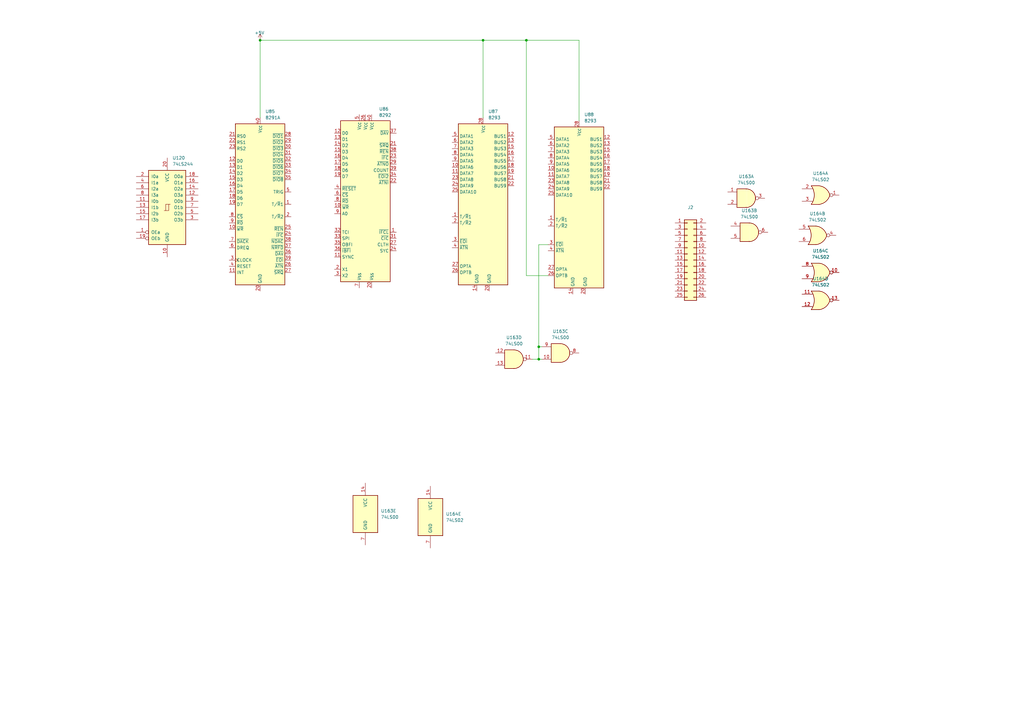
<source format=kicad_sch>
(kicad_sch (version 20250114) (generator "eeschema") (generator_version "9.0")
  (paper "A3")
  (lib_symbols
    (symbol "74xx:74LS00" (pin_names (offset 1.016))
      (property "Reference" "U" (at 0 1.27 0))
      (property "Value" "74LS00" (at 0 -1.27 0))
      (symbol "74LS00_1_1"
        (arc (start 0 3.81) (mid 3.7934 0) (end 0 -3.81) (stroke (width 0.254)) (fill (type background)))
        (polyline (pts (xy 0 3.81) (xy -3.81 3.81) (xy -3.81 -3.81) (xy 0 -3.81)) (stroke (width 0.254)) (fill (type background)))
        (pin input line (at -7.62 2.54 0) (length 3.81) (name "~") (number "1"))
        (pin input line (at -7.62 -2.54 0) (length 3.81) (name "~") (number "2"))
        (pin output inverted (at 7.62 0 180) (length 3.81) (name "~") (number "3"))
      )
      (symbol "74LS00_1_2"
        (arc (start -3.81 3.81) (mid -2.589 0) (end -3.81 -3.81) (stroke (width 0.254)))
        (polyline (pts (xy -3.81 3.81) (xy -0.635 3.81)) (stroke (width 0.254)) (fill (type background)))
        (polyline (pts (xy -3.81 -3.81) (xy -0.635 -3.81)) (stroke (width 0.254)) (fill (type background)))
        (arc (start 3.81 0) (mid 2.1855 -2.584) (end -0.6096 -3.81) (stroke (width 0.254)) (fill (type background)))
        (arc (start -0.6096 3.81) (mid 2.1928 2.5924) (end 3.81 0) (stroke (width 0.254)) (fill (type background)))
        (polyline (pts (xy -0.635 3.81) (xy -3.81 3.81) (xy -3.81 3.81) (xy -3.556 3.4036) (xy -3.0226 2.2606) (xy -2.6924 1.0414) (xy -2.6162 -0.254) (xy -2.7686 -1.4986) (xy -3.175 -2.7178) (xy -3.81 -3.81) (xy -3.81 -3.81) (xy -0.635 -3.81)) (stroke (width -25.4)) (fill (type background)))
        (pin input inverted (at -7.62 2.54 0) (length 4.318) (name "~") (number "1"))
        (pin input inverted (at -7.62 -2.54 0) (length 4.318) (name "~") (number "2"))
        (pin output line (at 7.62 0 180) (length 3.81) (name "~") (number "3"))
      )
      (symbol "74LS00_2_1"
        (arc (start 0 3.81) (mid 3.7934 0) (end 0 -3.81) (stroke (width 0.254)) (fill (type background)))
        (polyline (pts (xy 0 3.81) (xy -3.81 3.81) (xy -3.81 -3.81) (xy 0 -3.81)) (stroke (width 0.254)) (fill (type background)))
        (pin input line (at -7.62 2.54 0) (length 3.81) (name "~") (number "4"))
        (pin input line (at -7.62 -2.54 0) (length 3.81) (name "~") (number "5"))
        (pin output inverted (at 7.62 0 180) (length 3.81) (name "~") (number "6"))
      )
      (symbol "74LS00_2_2"
        (arc (start -3.81 3.81) (mid -2.589 0) (end -3.81 -3.81) (stroke (width 0.254)))
        (polyline (pts (xy -3.81 3.81) (xy -0.635 3.81)) (stroke (width 0.254)) (fill (type background)))
        (polyline (pts (xy -3.81 -3.81) (xy -0.635 -3.81)) (stroke (width 0.254)) (fill (type background)))
        (arc (start 3.81 0) (mid 2.1855 -2.584) (end -0.6096 -3.81) (stroke (width 0.254)) (fill (type background)))
        (arc (start -0.6096 3.81) (mid 2.1928 2.5924) (end 3.81 0) (stroke (width 0.254)) (fill (type background)))
        (polyline (pts (xy -0.635 3.81) (xy -3.81 3.81) (xy -3.81 3.81) (xy -3.556 3.4036) (xy -3.0226 2.2606) (xy -2.6924 1.0414) (xy -2.6162 -0.254) (xy -2.7686 -1.4986) (xy -3.175 -2.7178) (xy -3.81 -3.81) (xy -3.81 -3.81) (xy -0.635 -3.81)) (stroke (width -25.4)) (fill (type background)))
        (pin input inverted (at -7.62 2.54 0) (length 4.318) (name "~") (number "4"))
        (pin input inverted (at -7.62 -2.54 0) (length 4.318) (name "~") (number "5"))
        (pin output line (at 7.62 0 180) (length 3.81) (name "~") (number "6"))
      )
      (symbol "74LS00_3_1"
        (arc (start 0 3.81) (mid 3.7934 0) (end 0 -3.81) (stroke (width 0.254)) (fill (type background)))
        (polyline (pts (xy 0 3.81) (xy -3.81 3.81) (xy -3.81 -3.81) (xy 0 -3.81)) (stroke (width 0.254)) (fill (type background)))
        (pin input line (at -7.62 2.54 0) (length 3.81) (name "~") (number "9"))
        (pin input line (at -7.62 -2.54 0) (length 3.81) (name "~") (number "10"))
        (pin output inverted (at 7.62 0 180) (length 3.81) (name "~") (number "8"))
      )
      (symbol "74LS00_3_2"
        (arc (start -3.81 3.81) (mid -2.589 0) (end -3.81 -3.81) (stroke (width 0.254)))
        (polyline (pts (xy -3.81 3.81) (xy -0.635 3.81)) (stroke (width 0.254)) (fill (type background)))
        (polyline (pts (xy -3.81 -3.81) (xy -0.635 -3.81)) (stroke (width 0.254)) (fill (type background)))
        (arc (start 3.81 0) (mid 2.1855 -2.584) (end -0.6096 -3.81) (stroke (width 0.254)) (fill (type background)))
        (arc (start -0.6096 3.81) (mid 2.1928 2.5924) (end 3.81 0) (stroke (width 0.254)) (fill (type background)))
        (polyline (pts (xy -0.635 3.81) (xy -3.81 3.81) (xy -3.81 3.81) (xy -3.556 3.4036) (xy -3.0226 2.2606) (xy -2.6924 1.0414) (xy -2.6162 -0.254) (xy -2.7686 -1.4986) (xy -3.175 -2.7178) (xy -3.81 -3.81) (xy -3.81 -3.81) (xy -0.635 -3.81)) (stroke (width -25.4)) (fill (type background)))
        (pin input inverted (at -7.62 2.54 0) (length 4.318) (name "~") (number "9"))
        (pin input inverted (at -7.62 -2.54 0) (length 4.318) (name "~") (number "10"))
        (pin output line (at 7.62 0 180) (length 3.81) (name "~") (number "8"))
      )
      (symbol "74LS00_4_1"
        (arc (start 0 3.81) (mid 3.7934 0) (end 0 -3.81) (stroke (width 0.254)) (fill (type background)))
        (polyline (pts (xy 0 3.81) (xy -3.81 3.81) (xy -3.81 -3.81) (xy 0 -3.81)) (stroke (width 0.254)) (fill (type background)))
        (pin input line (at -7.62 2.54 0) (length 3.81) (name "~") (number "12"))
        (pin input line (at -7.62 -2.54 0) (length 3.81) (name "~") (number "13"))
        (pin output inverted (at 7.62 0 180) (length 3.81) (name "~") (number "11"))
      )
      (symbol "74LS00_4_2"
        (arc (start -3.81 3.81) (mid -2.589 0) (end -3.81 -3.81) (stroke (width 0.254)))
        (polyline (pts (xy -3.81 3.81) (xy -0.635 3.81)) (stroke (width 0.254)) (fill (type background)))
        (polyline (pts (xy -3.81 -3.81) (xy -0.635 -3.81)) (stroke (width 0.254)) (fill (type background)))
        (arc (start 3.81 0) (mid 2.1855 -2.584) (end -0.6096 -3.81) (stroke (width 0.254)) (fill (type background)))
        (arc (start -0.6096 3.81) (mid 2.1928 2.5924) (end 3.81 0) (stroke (width 0.254)) (fill (type background)))
        (polyline (pts (xy -0.635 3.81) (xy -3.81 3.81) (xy -3.81 3.81) (xy -3.556 3.4036) (xy -3.0226 2.2606) (xy -2.6924 1.0414) (xy -2.6162 -0.254) (xy -2.7686 -1.4986) (xy -3.175 -2.7178) (xy -3.81 -3.81) (xy -3.81 -3.81) (xy -0.635 -3.81)) (stroke (width -25.4)) (fill (type background)))
        (pin input inverted (at -7.62 2.54 0) (length 4.318) (name "~") (number "12"))
        (pin input inverted (at -7.62 -2.54 0) (length 4.318) (name "~") (number "13"))
        (pin output line (at 7.62 0 180) (length 3.81) (name "~") (number "11"))
      )
      (symbol "74LS00_5_0"
        (pin power_in line (at 0 12.7 270) (length 5.08) (name "VCC") (number "14"))
        (pin power_in line (at 0 -12.7 90) (length 5.08) (name "GND") (number "7"))
      )
      (symbol "74LS00_5_1"
        (rectangle (start -5.08 7.62) (end 5.08 -7.62) (stroke (width 0.254)) (fill (type background)))
      )
    )
    (symbol "74xx:74LS02" (pin_names (offset 1.016))
      (property "Reference" "U" (at 0 1.27 0))
      (property "Value" "74LS02" (at 0 -1.27 0))
      (symbol "74LS02_1_1"
        (arc (start -3.81 3.81) (mid -2.589 0) (end -3.81 -3.81) (stroke (width 0.254)))
        (polyline (pts (xy -3.81 3.81) (xy -0.635 3.81)) (stroke (width 0.254)) (fill (type background)))
        (polyline (pts (xy -3.81 -3.81) (xy -0.635 -3.81)) (stroke (width 0.254)) (fill (type background)))
        (arc (start 3.81 0) (mid 2.1855 -2.584) (end -0.6096 -3.81) (stroke (width 0.254)) (fill (type background)))
        (arc (start -0.6096 3.81) (mid 2.1928 2.5924) (end 3.81 0) (stroke (width 0.254)) (fill (type background)))
        (polyline (pts (xy -0.635 3.81) (xy -3.81 3.81) (xy -3.81 3.81) (xy -3.556 3.4036) (xy -3.0226 2.2606) (xy -2.6924 1.0414) (xy -2.6162 -0.254) (xy -2.7686 -1.4986) (xy -3.175 -2.7178) (xy -3.81 -3.81) (xy -3.81 -3.81) (xy -0.635 -3.81)) (stroke (width -25.4)) (fill (type background)))
        (pin input line (at -7.62 2.54 0) (length 4.318) (name "~") (number "2"))
        (pin input line (at -7.62 -2.54 0) (length 4.318) (name "~") (number "3"))
        (pin output inverted (at 7.62 0 180) (length 3.81) (name "~") (number "1"))
      )
      (symbol "74LS02_1_2"
        (arc (start 0 3.81) (mid 3.7934 0) (end 0 -3.81) (stroke (width 0.254)) (fill (type background)))
        (polyline (pts (xy 0 3.81) (xy -3.81 3.81) (xy -3.81 -3.81) (xy 0 -3.81)) (stroke (width 0.254)) (fill (type background)))
        (pin input inverted (at -7.62 2.54 0) (length 3.81) (name "~") (number "2"))
        (pin input inverted (at -7.62 -2.54 0) (length 3.81) (name "~") (number "3"))
        (pin output line (at 7.62 0 180) (length 3.81) (name "~") (number "1"))
      )
      (symbol "74LS02_2_1"
        (arc (start -3.81 3.81) (mid -2.589 0) (end -3.81 -3.81) (stroke (width 0.254)))
        (polyline (pts (xy -3.81 3.81) (xy -0.635 3.81)) (stroke (width 0.254)) (fill (type background)))
        (polyline (pts (xy -3.81 -3.81) (xy -0.635 -3.81)) (stroke (width 0.254)) (fill (type background)))
        (arc (start 3.81 0) (mid 2.1855 -2.584) (end -0.6096 -3.81) (stroke (width 0.254)) (fill (type background)))
        (arc (start -0.6096 3.81) (mid 2.1928 2.5924) (end 3.81 0) (stroke (width 0.254)) (fill (type background)))
        (polyline (pts (xy -0.635 3.81) (xy -3.81 3.81) (xy -3.81 3.81) (xy -3.556 3.4036) (xy -3.0226 2.2606) (xy -2.6924 1.0414) (xy -2.6162 -0.254) (xy -2.7686 -1.4986) (xy -3.175 -2.7178) (xy -3.81 -3.81) (xy -3.81 -3.81) (xy -0.635 -3.81)) (stroke (width -25.4)) (fill (type background)))
        (pin input line (at -7.62 2.54 0) (length 4.318) (name "~") (number "5"))
        (pin input line (at -7.62 -2.54 0) (length 4.318) (name "~") (number "6"))
        (pin output inverted (at 7.62 0 180) (length 3.81) (name "~") (number "4"))
      )
      (symbol "74LS02_2_2"
        (arc (start 0 3.81) (mid 3.7934 0) (end 0 -3.81) (stroke (width 0.254)) (fill (type background)))
        (polyline (pts (xy 0 3.81) (xy -3.81 3.81) (xy -3.81 -3.81) (xy 0 -3.81)) (stroke (width 0.254)) (fill (type background)))
        (pin input inverted (at -7.62 2.54 0) (length 3.81) (name "~") (number "5"))
        (pin input inverted (at -7.62 -2.54 0) (length 3.81) (name "~") (number "6"))
        (pin output line (at 7.62 0 180) (length 3.81) (name "~") (number "4"))
      )
      (symbol "74LS02_3_1"
        (arc (start -3.81 3.81) (mid -2.589 0) (end -3.81 -3.81) (stroke (width 0.254)))
        (polyline (pts (xy -3.81 3.81) (xy -0.635 3.81)) (stroke (width 0.254)) (fill (type background)))
        (polyline (pts (xy -3.81 -3.81) (xy -0.635 -3.81)) (stroke (width 0.254)) (fill (type background)))
        (arc (start 3.81 0) (mid 2.1855 -2.584) (end -0.6096 -3.81) (stroke (width 0.254)) (fill (type background)))
        (arc (start -0.6096 3.81) (mid 2.1928 2.5924) (end 3.81 0) (stroke (width 0.254)) (fill (type background)))
        (polyline (pts (xy -0.635 3.81) (xy -3.81 3.81) (xy -3.81 3.81) (xy -3.556 3.4036) (xy -3.0226 2.2606) (xy -2.6924 1.0414) (xy -2.6162 -0.254) (xy -2.7686 -1.4986) (xy -3.175 -2.7178) (xy -3.81 -3.81) (xy -3.81 -3.81) (xy -0.635 -3.81)) (stroke (width -25.4)) (fill (type background)))
        (pin input line (at -7.62 2.54 0) (length 4.318) (name "~") (number "8"))
        (pin input line (at -7.62 -2.54 0) (length 4.318) (name "~") (number "9"))
        (pin output inverted (at 7.62 0 180) (length 3.81) (name "~") (number "10"))
      )
      (symbol "74LS02_3_2"
        (arc (start 0 3.81) (mid 3.7934 0) (end 0 -3.81) (stroke (width 0.254)) (fill (type background)))
        (polyline (pts (xy 0 3.81) (xy -3.81 3.81) (xy -3.81 -3.81) (xy 0 -3.81)) (stroke (width 0.254)) (fill (type background)))
        (pin input inverted (at -7.62 2.54 0) (length 3.81) (name "~") (number "8"))
        (pin input inverted (at -7.62 -2.54 0) (length 3.81) (name "~") (number "9"))
        (pin output line (at 7.62 0 180) (length 3.81) (name "~") (number "10"))
      )
      (symbol "74LS02_4_1"
        (arc (start -3.81 3.81) (mid -2.589 0) (end -3.81 -3.81) (stroke (width 0.254)))
        (polyline (pts (xy -3.81 3.81) (xy -0.635 3.81)) (stroke (width 0.254)) (fill (type background)))
        (polyline (pts (xy -3.81 -3.81) (xy -0.635 -3.81)) (stroke (width 0.254)) (fill (type background)))
        (arc (start 3.81 0) (mid 2.1855 -2.584) (end -0.6096 -3.81) (stroke (width 0.254)) (fill (type background)))
        (arc (start -0.6096 3.81) (mid 2.1928 2.5924) (end 3.81 0) (stroke (width 0.254)) (fill (type background)))
        (polyline (pts (xy -0.635 3.81) (xy -3.81 3.81) (xy -3.81 3.81) (xy -3.556 3.4036) (xy -3.0226 2.2606) (xy -2.6924 1.0414) (xy -2.6162 -0.254) (xy -2.7686 -1.4986) (xy -3.175 -2.7178) (xy -3.81 -3.81) (xy -3.81 -3.81) (xy -0.635 -3.81)) (stroke (width -25.4)) (fill (type background)))
        (pin input line (at -7.62 2.54 0) (length 4.318) (name "~") (number "11"))
        (pin input line (at -7.62 -2.54 0) (length 4.318) (name "~") (number "12"))
        (pin output inverted (at 7.62 0 180) (length 3.81) (name "~") (number "13"))
      )
      (symbol "74LS02_4_2"
        (arc (start 0 3.81) (mid 3.7934 0) (end 0 -3.81) (stroke (width 0.254)) (fill (type background)))
        (polyline (pts (xy 0 3.81) (xy -3.81 3.81) (xy -3.81 -3.81) (xy 0 -3.81)) (stroke (width 0.254)) (fill (type background)))
        (pin input inverted (at -7.62 2.54 0) (length 3.81) (name "~") (number "11"))
        (pin input inverted (at -7.62 -2.54 0) (length 3.81) (name "~") (number "12"))
        (pin output line (at 7.62 0 180) (length 3.81) (name "~") (number "13"))
      )
      (symbol "74LS02_5_0"
        (pin power_in line (at 0 12.7 270) (length 5.08) (name "VCC") (number "14"))
        (pin power_in line (at 0 -12.7 90) (length 5.08) (name "GND") (number "7"))
      )
      (symbol "74LS02_5_1"
        (rectangle (start -5.08 7.62) (end 5.08 -7.62) (stroke (width 0.254)) (fill (type background)))
      )
    )
    (symbol "74xx:74LS244" (pin_names (offset 1.016))
      (property "Reference" "U" (at -7.62 16.51 0))
      (property "Value" "74LS244" (at -7.62 -16.51 0))
      (symbol "74LS244_1_0"
        (polyline (pts (xy -1.27 -1.27) (xy 0.635 -1.27) (xy 0.635 1.27) (xy 1.27 1.27)))
        (polyline (pts (xy -0.635 -1.27) (xy -0.635 1.27) (xy 0.635 1.27)))
        (pin input line (at -12.7 12.7 0) (length 5.08) (name "I0a") (number "2"))
        (pin input line (at -12.7 10.16 0) (length 5.08) (name "I1a") (number "4"))
        (pin input line (at -12.7 7.62 0) (length 5.08) (name "I2a") (number "6"))
        (pin input line (at -12.7 5.08 0) (length 5.08) (name "I3a") (number "8"))
        (pin input line (at -12.7 2.54 0) (length 5.08) (name "I0b") (number "11"))
        (pin input line (at -12.7 0 0) (length 5.08) (name "I1b") (number "13"))
        (pin input line (at -12.7 -2.54 0) (length 5.08) (name "I2b") (number "15"))
        (pin input line (at -12.7 -5.08 0) (length 5.08) (name "I3b") (number "17"))
        (pin input inverted (at -12.7 -10.16 0) (length 5.08) (name "OEa") (number "1"))
        (pin input inverted (at -12.7 -12.7 0) (length 5.08) (name "OEb") (number "19"))
        (pin power_in line (at 0 20.32 270) (length 5.08) (name "VCC") (number "20"))
        (pin power_in line (at 0 -20.32 90) (length 5.08) (name "GND") (number "10"))
        (pin tri_state line (at 12.7 12.7 180) (length 5.08) (name "O0a") (number "18"))
        (pin tri_state line (at 12.7 10.16 180) (length 5.08) (name "O1a") (number "16"))
        (pin tri_state line (at 12.7 7.62 180) (length 5.08) (name "O2a") (number "14"))
        (pin tri_state line (at 12.7 5.08 180) (length 5.08) (name "O3a") (number "12"))
        (pin tri_state line (at 12.7 2.54 180) (length 5.08) (name "O0b") (number "9"))
        (pin tri_state line (at 12.7 0 180) (length 5.08) (name "O1b") (number "7"))
        (pin tri_state line (at 12.7 -2.54 180) (length 5.08) (name "O2b") (number "5"))
        (pin tri_state line (at 12.7 -5.08 180) (length 5.08) (name "O3b") (number "3"))
      )
      (symbol "74LS244_1_1"
        (rectangle (start -7.62 15.24) (end 7.62 -15.24) (stroke (width 0.254)) (fill (type background)))
      )
    )
    (symbol "Connector_Generic:Conn_02x13_Odd_Even" (pin_names (offset 1.016) (hide yes))
      (property "Reference" "J" (at 1.27 17.78 0))
      (property "Value" "Conn_02x13_Odd_Even" (at 1.27 -17.78 0))
      (symbol "Conn_02x13_Odd_Even_1_1"
        (rectangle (start -1.27 16.51) (end 3.81 -16.51) (stroke (width 0.254)) (fill (type background)))
        (rectangle (start -1.27 15.367) (end 0 15.113) (stroke (width 0.1524)))
        (rectangle (start -1.27 12.827) (end 0 12.573) (stroke (width 0.1524)))
        (rectangle (start -1.27 10.287) (end 0 10.033) (stroke (width 0.1524)))
        (rectangle (start -1.27 7.747) (end 0 7.493) (stroke (width 0.1524)))
        (rectangle (start -1.27 5.207) (end 0 4.953) (stroke (width 0.1524)))
        (rectangle (start -1.27 2.667) (end 0 2.413) (stroke (width 0.1524)))
        (rectangle (start -1.27 0.127) (end 0 -0.127) (stroke (width 0.1524)))
        (rectangle (start -1.27 -2.413) (end 0 -2.667) (stroke (width 0.1524)))
        (rectangle (start -1.27 -4.953) (end 0 -5.207) (stroke (width 0.1524)))
        (rectangle (start -1.27 -7.493) (end 0 -7.747) (stroke (width 0.1524)))
        (rectangle (start -1.27 -10.033) (end 0 -10.287) (stroke (width 0.1524)))
        (rectangle (start -1.27 -12.573) (end 0 -12.827) (stroke (width 0.1524)))
        (rectangle (start -1.27 -15.113) (end 0 -15.367) (stroke (width 0.1524)))
        (rectangle (start 3.81 15.367) (end 2.54 15.113) (stroke (width 0.1524)))
        (rectangle (start 3.81 12.827) (end 2.54 12.573) (stroke (width 0.1524)))
        (rectangle (start 3.81 10.287) (end 2.54 10.033) (stroke (width 0.1524)))
        (rectangle (start 3.81 7.747) (end 2.54 7.493) (stroke (width 0.1524)))
        (rectangle (start 3.81 5.207) (end 2.54 4.953) (stroke (width 0.1524)))
        (rectangle (start 3.81 2.667) (end 2.54 2.413) (stroke (width 0.1524)))
        (rectangle (start 3.81 0.127) (end 2.54 -0.127) (stroke (width 0.1524)))
        (rectangle (start 3.81 -2.413) (end 2.54 -2.667) (stroke (width 0.1524)))
        (rectangle (start 3.81 -4.953) (end 2.54 -5.207) (stroke (width 0.1524)))
        (rectangle (start 3.81 -7.493) (end 2.54 -7.747) (stroke (width 0.1524)))
        (rectangle (start 3.81 -10.033) (end 2.54 -10.287) (stroke (width 0.1524)))
        (rectangle (start 3.81 -12.573) (end 2.54 -12.827) (stroke (width 0.1524)))
        (rectangle (start 3.81 -15.113) (end 2.54 -15.367) (stroke (width 0.1524)))
        (pin passive line (at -5.08 15.24 0) (length 3.81) (name "Pin_1") (number "1"))
        (pin passive line (at -5.08 12.7 0) (length 3.81) (name "Pin_3") (number "3"))
        (pin passive line (at -5.08 10.16 0) (length 3.81) (name "Pin_5") (number "5"))
        (pin passive line (at -5.08 7.62 0) (length 3.81) (name "Pin_7") (number "7"))
        (pin passive line (at -5.08 5.08 0) (length 3.81) (name "Pin_9") (number "9"))
        (pin passive line (at -5.08 2.54 0) (length 3.81) (name "Pin_11") (number "11"))
        (pin passive line (at -5.08 0 0) (length 3.81) (name "Pin_13") (number "13"))
        (pin passive line (at -5.08 -2.54 0) (length 3.81) (name "Pin_15") (number "15"))
        (pin passive line (at -5.08 -5.08 0) (length 3.81) (name "Pin_17") (number "17"))
        (pin passive line (at -5.08 -7.62 0) (length 3.81) (name "Pin_19") (number "19"))
        (pin passive line (at -5.08 -10.16 0) (length 3.81) (name "Pin_21") (number "21"))
        (pin passive line (at -5.08 -12.7 0) (length 3.81) (name "Pin_23") (number "23"))
        (pin passive line (at -5.08 -15.24 0) (length 3.81) (name "Pin_25") (number "25"))
        (pin passive line (at 7.62 15.24 180) (length 3.81) (name "Pin_2") (number "2"))
        (pin passive line (at 7.62 12.7 180) (length 3.81) (name "Pin_4") (number "4"))
        (pin passive line (at 7.62 10.16 180) (length 3.81) (name "Pin_6") (number "6"))
        (pin passive line (at 7.62 7.62 180) (length 3.81) (name "Pin_8") (number "8"))
        (pin passive line (at 7.62 5.08 180) (length 3.81) (name "Pin_10") (number "10"))
        (pin passive line (at 7.62 2.54 180) (length 3.81) (name "Pin_12") (number "12"))
        (pin passive line (at 7.62 0 180) (length 3.81) (name "Pin_14") (number "14"))
        (pin passive line (at 7.62 -2.54 180) (length 3.81) (name "Pin_16") (number "16"))
        (pin passive line (at 7.62 -5.08 180) (length 3.81) (name "Pin_18") (number "18"))
        (pin passive line (at 7.62 -7.62 180) (length 3.81) (name "Pin_20") (number "20"))
        (pin passive line (at 7.62 -10.16 180) (length 3.81) (name "Pin_22") (number "22"))
        (pin passive line (at 7.62 -12.7 180) (length 3.81) (name "Pin_24") (number "24"))
        (pin passive line (at 7.62 -15.24 180) (length 3.81) (name "Pin_26") (number "26"))
      )
    )
    (symbol "gpib:8291A"
      (property "Reference" "U" (at -10.16 33.02 0))
      (property "Value" "8291A" (at 10.16 33.02 0))
      (symbol "8291A_0_1"
        (rectangle (start -10.16 33.02) (end 10.16 -33.02) (stroke (width 0.254)) (fill (type background)))
      )
      (symbol "8291A_1_1"
        (pin input line (at -12.7 27.94 0) (length 2.54) (name "RS0") (number "21"))
        (pin input line (at -12.7 25.4 0) (length 2.54) (name "RS1") (number "22"))
        (pin input line (at -12.7 22.86 0) (length 2.54) (name "RS2") (number "23"))
        (pin bidirectional line (at -12.7 17.78 0) (length 2.54) (name "D0") (number "12"))
        (pin bidirectional line (at -12.7 15.24 0) (length 2.54) (name "D1") (number "13"))
        (pin bidirectional line (at -12.7 12.7 0) (length 2.54) (name "D2") (number "14"))
        (pin bidirectional line (at -12.7 10.16 0) (length 2.54) (name "D3") (number "15"))
        (pin bidirectional line (at -12.7 7.62 0) (length 2.54) (name "D4") (number "16"))
        (pin bidirectional line (at -12.7 5.08 0) (length 2.54) (name "D5") (number "17"))
        (pin bidirectional line (at -12.7 2.54 0) (length 2.54) (name "D6") (number "18"))
        (pin bidirectional line (at -12.7 0 0) (length 2.54) (name "D7") (number "19"))
        (pin input line (at -12.7 -5.08 0) (length 2.54) (name "~{CS}") (number "8"))
        (pin input line (at -12.7 -7.62 0) (length 2.54) (name "~{RD}") (number "9"))
        (pin input line (at -12.7 -10.16 0) (length 2.54) (name "~{WR}") (number "10"))
        (pin input line (at -12.7 -15.24 0) (length 2.54) (name "~{DACK}") (number "7"))
        (pin output line (at -12.7 -17.78 0) (length 2.54) (name "DREQ") (number "6"))
        (pin input clock (at -12.7 -22.86 0) (length 2.54) (name "CLOCK") (number "3"))
        (pin input line (at -12.7 -25.4 0) (length 2.54) (name "RESET") (number "4"))
        (pin output line (at -12.7 -27.94 0) (length 2.54) (name "INT") (number "11"))
        (pin power_in line (at 0 35.56 270) (length 2.54) (name "V_{CC}") (number "40"))
        (pin power_in line (at 0 -35.56 90) (length 2.54) (name "GND") (number "20"))
        (pin bidirectional line (at 12.7 27.94 180) (length 2.54) (name "~{DIO1}") (number "28"))
        (pin bidirectional line (at 12.7 25.4 180) (length 2.54) (name "~{DIO2}") (number "29"))
        (pin bidirectional line (at 12.7 22.86 180) (length 2.54) (name "~{DIO3}") (number "30"))
        (pin bidirectional line (at 12.7 20.32 180) (length 2.54) (name "~{DIO4}") (number "31"))
        (pin bidirectional line (at 12.7 17.78 180) (length 2.54) (name "~{DIO5}") (number "32"))
        (pin bidirectional line (at 12.7 15.24 180) (length 2.54) (name "~{DIO6}") (number "33"))
        (pin bidirectional line (at 12.7 12.7 180) (length 2.54) (name "~{DIO7}") (number "34"))
        (pin bidirectional line (at 12.7 10.16 180) (length 2.54) (name "~{DIO8}") (number "35"))
        (pin output line (at 12.7 5.08 180) (length 2.54) (name "TRIG") (number "5"))
        (pin output line (at 12.7 0 180) (length 2.54) (name "T/~{R}1") (number "1"))
        (pin output line (at 12.7 -5.08 180) (length 2.54) (name "T/~{R}2") (number "2"))
        (pin input line (at 12.7 -10.16 180) (length 2.54) (name "~{REN}") (number "25"))
        (pin input line (at 12.7 -12.7 180) (length 2.54) (name "~{IFC}") (number "24"))
        (pin bidirectional line (at 12.7 -15.24 180) (length 2.54) (name "~{NDAC}") (number "38"))
        (pin bidirectional line (at 12.7 -17.78 180) (length 2.54) (name "~{NRFD}") (number "37"))
        (pin bidirectional line (at 12.7 -20.32 180) (length 2.54) (name "~{DAV}") (number "36"))
        (pin bidirectional line (at 12.7 -22.86 180) (length 2.54) (name "~{EOI}") (number "39"))
        (pin input line (at 12.7 -25.4 180) (length 2.54) (name "~{ATN}") (number "26"))
        (pin output line (at 12.7 -27.94 180) (length 2.54) (name "~{SRQ}") (number "27"))
      )
    )
    (symbol "gpib:8292"
      (property "Reference" "U" (at -10.16 33.02 0))
      (property "Value" "8292" (at 10.16 33.02 0))
      (symbol "8292_0_1"
        (rectangle (start -10.16 33.02) (end 10.16 -33.02) (stroke (width 0.254)) (fill (type background)))
      )
      (symbol "8292_1_1"
        (pin bidirectional line (at -12.7 27.94 0) (length 2.54) (name "D0") (number "12"))
        (pin bidirectional line (at -12.7 25.4 0) (length 2.54) (name "D1") (number "13"))
        (pin bidirectional line (at -12.7 22.86 0) (length 2.54) (name "D2") (number "14"))
        (pin bidirectional line (at -12.7 20.32 0) (length 2.54) (name "D3") (number "15"))
        (pin bidirectional line (at -12.7 17.78 0) (length 2.54) (name "D4") (number "16"))
        (pin bidirectional line (at -12.7 15.24 0) (length 2.54) (name "D5") (number "17"))
        (pin bidirectional line (at -12.7 12.7 0) (length 2.54) (name "D6") (number "18"))
        (pin bidirectional line (at -12.7 10.16 0) (length 2.54) (name "D7") (number "19"))
        (pin input line (at -12.7 5.08 0) (length 2.54) (name "~{RESET}") (number "4"))
        (pin input line (at -12.7 2.54 0) (length 2.54) (name "~{CS}") (number "6"))
        (pin input line (at -12.7 0 0) (length 2.54) (name "~{RD}") (number "8"))
        (pin input line (at -12.7 -2.54 0) (length 2.54) (name "~{WR}") (number "10"))
        (pin input line (at -12.7 -5.08 0) (length 2.54) (name "A0") (number "9"))
        (pin output line (at -12.7 -12.7 0) (length 2.54) (name "TCI") (number "32"))
        (pin output line (at -12.7 -15.24 0) (length 2.54) (name "SPI") (number "33"))
        (pin output line (at -12.7 -17.78 0) (length 2.54) (name "OBFI") (number "35"))
        (pin output line (at -12.7 -20.32 0) (length 2.54) (name "~{IBFI}") (number "36"))
        (pin output line (at -12.7 -22.86 0) (length 2.54) (name "SYNC") (number "11"))
        (pin input line (at -12.7 -27.94 0) (length 2.54) (name "X1") (number "2"))
        (pin input line (at -12.7 -30.48 0) (length 2.54) (name "X2") (number "3"))
        (pin power_in line (at -2.54 35.56 270) (length 2.54) (name "V_{CC}") (number "5"))
        (pin power_in line (at -2.54 -35.56 90) (length 2.54) (name "V_{SS}") (number "7"))
        (pin power_in line (at 0 35.56 270) (length 2.54) (name "V_{CC}") (number "26"))
        (pin power_in line (at 2.54 35.56 270) (length 2.54) (name "V_{CC}") (number "40"))
        (pin power_in line (at 2.54 -35.56 90) (length 2.54) (name "V_{SS}") (number "20"))
        (pin bidirectional line (at 12.7 27.94 180) (length 2.54) (name "~{DAV}") (number "37"))
        (pin input line (at 12.7 22.86 180) (length 2.54) (name "~{SRQ}") (number "21"))
        (pin output line (at 12.7 20.32 180) (length 2.54) (name "~{REN}") (number "38"))
        (pin bidirectional line (at 12.7 17.78 180) (length 2.54) (name "~{IFC}") (number "23"))
        (pin output line (at 12.7 15.24 180) (length 2.54) (name "~{ATNO}") (number "29"))
        (pin input line (at 12.7 12.7 180) (length 2.54) (name "COUNT") (number "39"))
        (pin bidirectional line (at 12.7 10.16 180) (length 2.54) (name "~{EOI2}") (number "34"))
        (pin input line (at 12.7 7.62 180) (length 2.54) (name "~{ATNI}") (number "22"))
        (pin no_connect line (at 12.7 2.54 180) (length 2.54) (hide yes) (name "NC") (number "25"))
        (pin no_connect line (at 12.7 0 180) (length 2.54) (hide yes) (name "NC") (number "28"))
        (pin no_connect line (at 12.7 -2.54 180) (length 2.54) (hide yes) (name "NC") (number "30"))
        (pin input line (at 12.7 -12.7 180) (length 2.54) (name "~{IFCL}") (number "1"))
        (pin output line (at 12.7 -15.24 180) (length 2.54) (name "~{CIC}") (number "31"))
        (pin output line (at 12.7 -17.78 180) (length 2.54) (name "CLTH") (number "27"))
        (pin input line (at 12.7 -20.32 180) (length 2.54) (name "SYC") (number "24"))
      )
    )
    (symbol "gpib:8293"
      (property "Reference" "U" (at -10.16 33.02 0))
      (property "Value" "8293" (at 10.16 33.02 0))
      (symbol "8293_0_1"
        (rectangle (start -10.16 33.02) (end 10.16 -33.02) (stroke (width 0.254)) (fill (type background)))
      )
      (symbol "8293_1_1"
        (pin bidirectional line (at -12.7 27.94 0) (length 2.54) (name "DATA1") (number "5"))
        (pin bidirectional line (at -12.7 25.4 0) (length 2.54) (name "DATA2") (number "6"))
        (pin bidirectional line (at -12.7 22.86 0) (length 2.54) (name "DATA3") (number "7"))
        (pin bidirectional line (at -12.7 20.32 0) (length 2.54) (name "DATA4") (number "8"))
        (pin bidirectional line (at -12.7 17.78 0) (length 2.54) (name "DATA5") (number "9"))
        (pin bidirectional line (at -12.7 15.24 0) (length 2.54) (name "DATA6") (number "10"))
        (pin bidirectional line (at -12.7 12.7 0) (length 2.54) (name "DATA7") (number "11"))
        (pin bidirectional line (at -12.7 10.16 0) (length 2.54) (name "DATA8") (number "23"))
        (pin bidirectional line (at -12.7 7.62 0) (length 2.54) (name "DATA9") (number "24"))
        (pin bidirectional line (at -12.7 5.08 0) (length 2.54) (name "DATA10") (number "25"))
        (pin input line (at -12.7 -5.08 0) (length 2.54) (name "T/~{R}1") (number "1"))
        (pin input line (at -12.7 -7.62 0) (length 2.54) (name "T/~{R}2") (number "2"))
        (pin bidirectional line (at -12.7 -15.24 0) (length 2.54) (name "~{EOI}") (number "3"))
        (pin output line (at -12.7 -17.78 0) (length 2.54) (name "~{ATN}") (number "4"))
        (pin input line (at -12.7 -25.4 0) (length 2.54) (name "OPTA") (number "27"))
        (pin input line (at -12.7 -27.94 0) (length 2.54) (name "OPTB") (number "26"))
        (pin power_in line (at -2.54 -35.56 90) (length 2.54) (name "GND") (number "14"))
        (pin power_in line (at 0 35.56 270) (length 2.54) (name "V_{CC}") (number "28"))
        (pin power_in line (at 2.54 -35.56 90) (length 2.54) (name "GND") (number "20"))
        (pin bidirectional line (at 12.7 27.94 180) (length 2.54) (name "BUS1") (number "12"))
        (pin bidirectional line (at 12.7 25.4 180) (length 2.54) (name "BUS2") (number "13"))
        (pin bidirectional line (at 12.7 22.86 180) (length 2.54) (name "BUS3") (number "15"))
        (pin bidirectional line (at 12.7 20.32 180) (length 2.54) (name "BUS4") (number "16"))
        (pin bidirectional line (at 12.7 17.78 180) (length 2.54) (name "BUS5") (number "17"))
        (pin bidirectional line (at 12.7 15.24 180) (length 2.54) (name "BUS6") (number "18"))
        (pin bidirectional line (at 12.7 12.7 180) (length 2.54) (name "BUS7") (number "19"))
        (pin bidirectional line (at 12.7 10.16 180) (length 2.54) (name "BUS8") (number "21"))
        (pin bidirectional line (at 12.7 7.62 180) (length 2.54) (name "BUS9") (number "22"))
      )
    )
    (symbol "power:+5V" (power) (pin_numbers (hide yes)) (pin_names (offset 0) (hide yes))
      (property "Value" "+5V" (at 0 3.556 0))
      (symbol "+5V_0_1"
        (polyline (pts (xy -0.762 1.27) (xy 0 2.54)))
        (polyline (pts (xy 0 2.54) (xy 0.762 1.27)))
        (polyline (pts (xy 0 0) (xy 0 2.54)))
      )
      (symbol "+5V_1_1"
        (pin power_in line (at 0 0 90) (length 0) (name "~") (number "1"))
      )
    )
  )
  (junction (at 220.98 147.32))
  (junction (at 106.68 16.51))
  (junction (at 198.12 16.51))
  (junction (at 215.9 16.51))
  (junction (at 220.98 142.24))
  (wire (pts (xy 106.68 48.26) (xy 106.68 16.51)))
  (wire (pts (xy 215.9 113.03) (xy 215.9 16.51)))
  (wire (pts (xy 220.98 142.24) (xy 222.25 142.24)))
  (wire (pts (xy 198.12 16.51) (xy 198.12 48.26)))
  (wire (pts (xy 218.44 147.32) (xy 220.98 147.32)))
  (wire (pts (xy 220.98 100.33) (xy 220.98 142.24)))
  (wire (pts (xy 106.68 16.51) (xy 198.12 16.51)))
  (wire (pts (xy 198.12 16.51) (xy 215.9 16.51)))
  (wire (pts (xy 220.98 142.24) (xy 220.98 147.32)))
  (wire (pts (xy 237.49 16.51) (xy 237.49 49.53)))
  (wire (pts (xy 220.98 147.32) (xy 222.25 147.32)))
  (wire (pts (xy 224.79 113.03) (xy 215.9 113.03)))
  (wire (pts (xy 224.79 100.33) (xy 220.98 100.33)))
  (wire (pts (xy 215.9 16.51) (xy 237.49 16.51)))
  (symbol (lib_id "74xx:74LS02") (at 336.55 123.19 0) (unit 4)
    (property "Reference" "U164" (at 336.55 114.3 0))
    (property "Value" "74LS02" (at 336.55 116.84 0))
    (property "Footprint" "Package_DIP:DIP-14_W7.62mm" (effects (hide yes)))
    (property "Datasheet" "http://www.ti.com/lit/gpn/sn74ls02" (effects (hide yes)))
    (property "Description" "quad 2-input NOR gate" (effects (hide yes)))
  )
  (symbol (lib_id "74xx:74LS02") (at 335.28 96.52 0) (unit 2)
    (property "Reference" "U164" (at 335.28 87.63 0))
    (property "Value" "74LS02" (at 335.28 90.17 0))
    (property "Footprint" "Package_DIP:DIP-14_W7.62mm" (effects (hide yes)))
    (property "Datasheet" "http://www.ti.com/lit/gpn/sn74ls02" (effects (hide yes)))
    (property "Description" "quad 2-input NOR gate" (effects (hide yes)))
  )
  (symbol (lib_id "74xx:74LS00") (at 149.86 210.82 0) (unit 5)
    (property "Reference" "U163" (at 156.21 209.5499 0) (effects (justify left)))
    (property "Value" "74LS00" (at 156.21 212.0899 0) (effects (justify left)))
    (property "Footprint" "Package_DIP:DIP-14_W7.62mm_Socket" (effects (hide yes)))
    (property "Datasheet" "http://www.ti.com/lit/gpn/sn74ls00" (effects (hide yes)))
    (property "Description" "quad 2-input NAND gate" (effects (hide yes)))
  )
  (symbol (lib_id "74xx:74LS02") (at 176.53 212.09 0) (unit 5)
    (property "Reference" "U164" (at 182.88 210.8199 0) (effects (justify left)))
    (property "Value" "74LS02" (at 182.88 213.3599 0) (effects (justify left)))
    (property "Footprint" "Package_DIP:DIP-14_W7.62mm" (effects (hide yes)))
    (property "Datasheet" "http://www.ti.com/lit/gpn/sn74ls02" (effects (hide yes)))
    (property "Description" "quad 2-input NOR gate" (effects (hide yes)))
  )
  (symbol (lib_id "74xx:74LS00") (at 306.07 81.28 0) (unit 1)
    (property "Reference" "U163" (at 306.0617 72.39 0))
    (property "Value" "74LS00" (at 306.0617 74.93 0))
    (property "Footprint" "Package_DIP:DIP-14_W7.62mm_Socket" (effects (hide yes)))
    (property "Datasheet" "http://www.ti.com/lit/gpn/sn74ls00" (effects (hide yes)))
    (property "Description" "quad 2-input NAND gate" (effects (hide yes)))
  )
  (symbol (lib_id "74xx:74LS00") (at 307.34 95.25 0) (unit 2)
    (property "Reference" "U163" (at 307.3317 86.36 0))
    (property "Value" "74LS00" (at 307.3317 88.9 0))
    (property "Footprint" "Package_DIP:DIP-14_W7.62mm_Socket" (effects (hide yes)))
    (property "Datasheet" "http://www.ti.com/lit/gpn/sn74ls00" (effects (hide yes)))
    (property "Description" "quad 2-input NAND gate" (effects (hide yes)))
  )
  (symbol (lib_id "74xx:74LS00") (at 210.82 147.32 0) (unit 4)
    (property "Reference" "U163" (at 210.8117 138.43 0))
    (property "Value" "74LS00" (at 210.8117 140.97 0))
    (property "Footprint" "Package_DIP:DIP-14_W7.62mm_Socket" (effects (hide yes)))
    (property "Datasheet" "http://www.ti.com/lit/gpn/sn74ls00" (effects (hide yes)))
    (property "Description" "quad 2-input NAND gate" (effects (hide yes)))
  )
  (symbol (lib_id "gpib:8291A") (at 106.68 83.82 0) (unit 1)
    (property "Reference" "U85" (at 108.8233 45.72 0) (effects (justify left)))
    (property "Value" "8291A" (at 108.8233 48.26 0) (effects (justify left)))
    (property "Footprint" "Package_DIP:DIP-40_W15.24mm_Socket" (effects (hide yes)))
    (property "Datasheet" "https://w140.com/tekwiki/images/5/57/I8291A.pdf" (effects (hide yes)))
    (property "Description" "Intel GPIB Talker/Listener, DIP-40" (effects (hide yes)))
  )
  (symbol (lib_id "74xx:74LS00") (at 229.87 144.78 0) (unit 3)
    (property "Reference" "U163" (at 229.8617 135.89 0))
    (property "Value" "74LS00" (at 229.8617 138.43 0))
    (property "Footprint" "Package_DIP:DIP-14_W7.62mm_Socket" (effects (hide yes)))
    (property "Datasheet" "http://www.ti.com/lit/gpn/sn74ls00" (effects (hide yes)))
    (property "Description" "quad 2-input NAND gate" (effects (hide yes)))
  )
  (symbol (lib_id "74xx:74LS02") (at 336.55 111.76 0) (unit 3)
    (property "Reference" "U164" (at 336.55 102.87 0))
    (property "Value" "74LS02" (at 336.55 105.41 0))
    (property "Footprint" "Package_DIP:DIP-14_W7.62mm" (effects (hide yes)))
    (property "Datasheet" "http://www.ti.com/lit/gpn/sn74ls02" (effects (hide yes)))
    (property "Description" "quad 2-input NOR gate" (effects (hide yes)))
  )
  (symbol (lib_id "gpib:8292") (at 149.86 82.55 0) (unit 1)
    (property "Reference" "U86" (at 155.448 44.704 0) (effects (justify left)))
    (property "Value" "8292" (at 155.448 47.244 0) (effects (justify left)))
    (property "Footprint" "Package_DIP:DIP-40_W15.24mm_Socket" (effects (hide yes)))
    (property "Datasheet" "https://4donline.ihs.com/images/VipMasterIC/IC/INTL/INTLS05089/INTLS05089-1.pdf?hkey=FB3F1F3F2A09A989A6BF9D772C3B8264" (effects (hide yes)))
    (property "Description" "Intel GPIB Controller, DIP-40" (effects (hide yes)))
  )
  (symbol (lib_id "gpib:8293") (at 198.12 83.82 0) (unit 1)
    (property "Reference" "U87" (at 200.2633 45.72 0) (effects (justify left)))
    (property "Value" "8293" (at 200.2633 48.26 0) (effects (justify left)))
    (property "Footprint" "Package_DIP:DIP-28_W15.24mm" (effects (hide yes)))
    (property "Datasheet" "https://4donline.ihs.com/images/VipMasterIC/IC/INTL/INTLS03754/INTLS03754-1.pdf?hkey=FB3F1F3F2A09A989A6BF9D772C3B8264" (effects (hide yes)))
    (property "Description" "Intel GPIB transceiver, DIP-28" (effects (hide yes)))
  )
  (symbol (lib_id "74xx:74LS244") (at 68.58 85.09 0) (unit 1)
    (property "Reference" "U120" (at 70.7233 64.77 0) (effects (justify left)))
    (property "Value" "74LS244" (at 70.7233 67.31 0) (effects (justify left)))
    (property "Footprint" "Package_DIP:DIP-20_W7.62mm_Socket" (effects (hide yes)))
    (property "Datasheet" "http://www.ti.com/lit/ds/symlink/sn74ls244.pdf" (effects (hide yes)))
    (property "Description" "Octal Buffer and Line Driver With 3-State Output, active-low enables, non-inverting outputs" (effects (hide yes)))
  )
  (symbol (lib_id "power:+5V") (at 106.68 16.51 0) (unit 1)
    (property "Reference" "#PWR089" (effects (hide yes)))
    (property "Value" "+5V" (at 106.426 13.462 0))
    (property "Description" "Power symbol creates a global label with name \"+5V\"" (effects (hide yes)))
  )
  (symbol (lib_id "Connector_Generic:Conn_02x13_Odd_Even") (at 281.94 106.68 0) (unit 1)
    (property "Reference" "J2" (at 283.21 85.09 0))
    (property "Value" "Conn_02x13_Odd_Even" (effects (hide yes)))
    (property "Footprint" "Connector_PinHeader_2.54mm:PinHeader_2x13_P2.54mm_Vertical" (effects (hide yes)))
    (property "Description" "Generic connector, double row, 02x13, odd/even pin numbering scheme (row 1 odd numbers, row 2 even numbers), script generated (kicad-library-utils/schlib/autogen/connector/)" (effects (hide yes)))
  )
  (symbol (lib_id "74xx:74LS02") (at 336.55 80.01 0) (unit 1)
    (property "Reference" "U164" (at 336.55 71.12 0))
    (property "Value" "74LS02" (at 336.55 73.66 0))
    (property "Footprint" "Package_DIP:DIP-14_W7.62mm" (effects (hide yes)))
    (property "Datasheet" "http://www.ti.com/lit/gpn/sn74ls02" (effects (hide yes)))
    (property "Description" "quad 2-input NOR gate" (effects (hide yes)))
  )
  (symbol (lib_id "gpib:8293") (at 237.49 85.09 0) (unit 1)
    (property "Reference" "U88" (at 239.6333 46.99 0) (effects (justify left)))
    (property "Value" "8293" (at 239.6333 49.53 0) (effects (justify left)))
    (property "Footprint" "Package_DIP:DIP-28_W15.24mm" (effects (hide yes)))
    (property "Datasheet" "https://4donline.ihs.com/images/VipMasterIC/IC/INTL/INTLS03754/INTLS03754-1.pdf?hkey=FB3F1F3F2A09A989A6BF9D772C3B8264" (effects (hide yes)))
    (property "Description" "Intel GPIB transceiver, DIP-28" (effects (hide yes)))
  )
)
</source>
